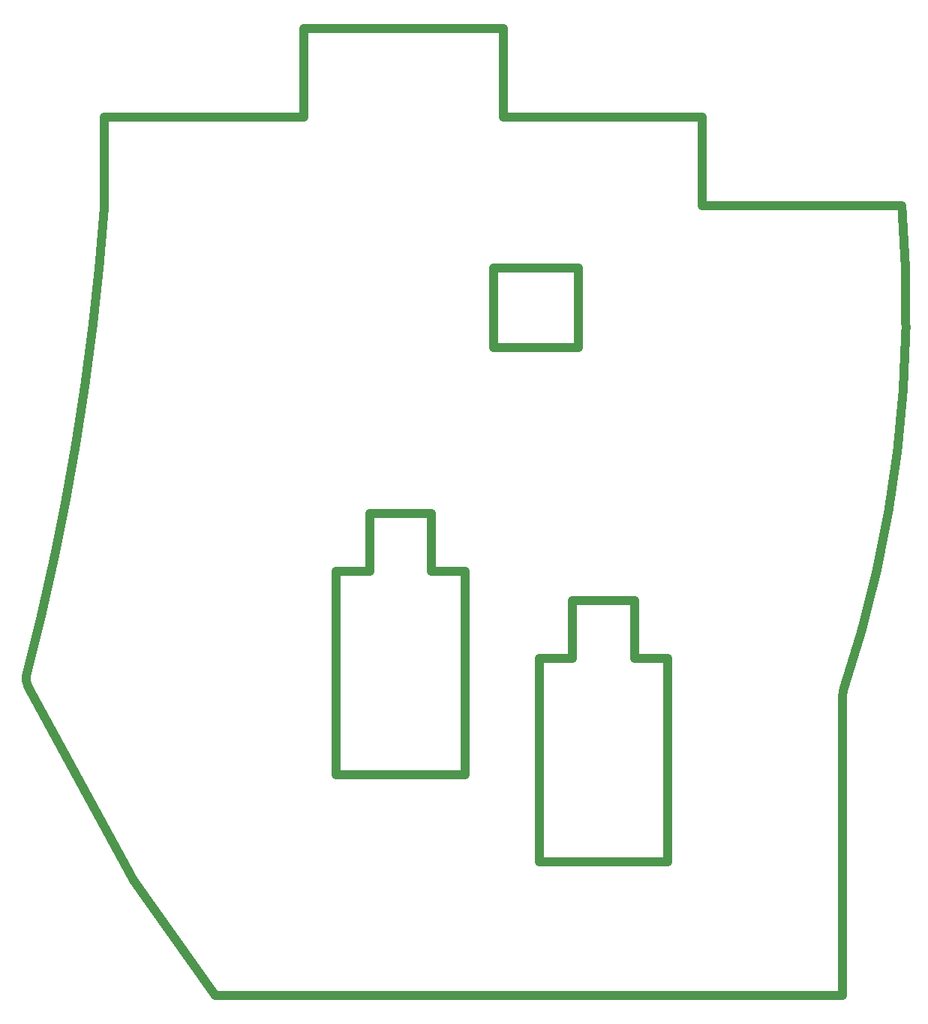
<source format=gm1>
%TF.GenerationSoftware,KiCad,Pcbnew,8.0.6*%
%TF.CreationDate,2024-11-28T00:35:05-08:00*%
%TF.ProjectId,eecsc206a,65656373-6332-4303-9661-2e6b69636164,rev?*%
%TF.SameCoordinates,Original*%
%TF.FileFunction,Profile,NP*%
%FSLAX46Y46*%
G04 Gerber Fmt 4.6, Leading zero omitted, Abs format (unit mm)*
G04 Created by KiCad (PCBNEW 8.0.6) date 2024-11-28 00:35:05*
%MOMM*%
%LPD*%
G01*
G04 APERTURE LIST*
%TA.AperFunction,Profile*%
%ADD10C,1.000000*%
%TD*%
G04 APERTURE END LIST*
D10*
X154390002Y-53754000D02*
X176890002Y-53754000D01*
X135573516Y-104912686D02*
X139323516Y-104912686D01*
X172977272Y-114749323D02*
X172977272Y-137749323D01*
X135573516Y-104912686D02*
X135573516Y-127912686D01*
X109390002Y-63753985D02*
G75*
G02*
X100600820Y-116644792I-294872496J21825049D01*
G01*
X100752520Y-117887120D02*
G75*
G02*
X100600838Y-116644797I1493080J812720D01*
G01*
X135573516Y-127912686D02*
X150073516Y-127912686D01*
X139323516Y-98412686D02*
X139323516Y-104912686D01*
X158477272Y-114749323D02*
X162227272Y-114749323D01*
X176890002Y-53754000D02*
X176890002Y-63754000D01*
X199390000Y-63754000D02*
G75*
G02*
X192801760Y-118291528I-135023310J-11355620D01*
G01*
X150073516Y-104912686D02*
X150073516Y-127912686D01*
X192645339Y-119247600D02*
G75*
G02*
X192801759Y-118291527I3000061J0D01*
G01*
X139323516Y-98412686D02*
X146323516Y-98412686D01*
X121929611Y-152754000D02*
X112751098Y-139929969D01*
X158477272Y-137749323D02*
X172977272Y-137749323D01*
X162227272Y-108249323D02*
X169227272Y-108249323D01*
X169227272Y-114749323D02*
X172977272Y-114749323D01*
X153324878Y-70754000D02*
X153324878Y-79754000D01*
X146323516Y-104912686D02*
X150073516Y-104912686D01*
X169227272Y-108249323D02*
X169227272Y-114749323D01*
X146323516Y-98412686D02*
X146323516Y-104912686D01*
X112399934Y-139284841D02*
X100752520Y-117887120D01*
X162227272Y-108249323D02*
X162227272Y-114749323D01*
X131890002Y-43754000D02*
X154390002Y-43754000D01*
X176890002Y-63754000D02*
X199390000Y-63754000D01*
X158477272Y-114749323D02*
X158477272Y-137749323D01*
X162910372Y-79754000D02*
X153324878Y-79754000D01*
X162910372Y-70754000D02*
X162910372Y-79754000D01*
X109390002Y-53754000D02*
X109390002Y-63753985D01*
X162910372Y-70754000D02*
X153324878Y-70754000D01*
X131890002Y-53754000D02*
X109390002Y-53754000D01*
X192645339Y-119247600D02*
X192645339Y-152754000D01*
X121929611Y-152754000D02*
X192645339Y-152754000D01*
X131890002Y-53754000D02*
X131890002Y-43754000D01*
X154390002Y-43754000D02*
X154390002Y-53754000D01*
X112751098Y-139929969D02*
G75*
G02*
X112399939Y-139284839I2439602J1746069D01*
G01*
M02*

</source>
